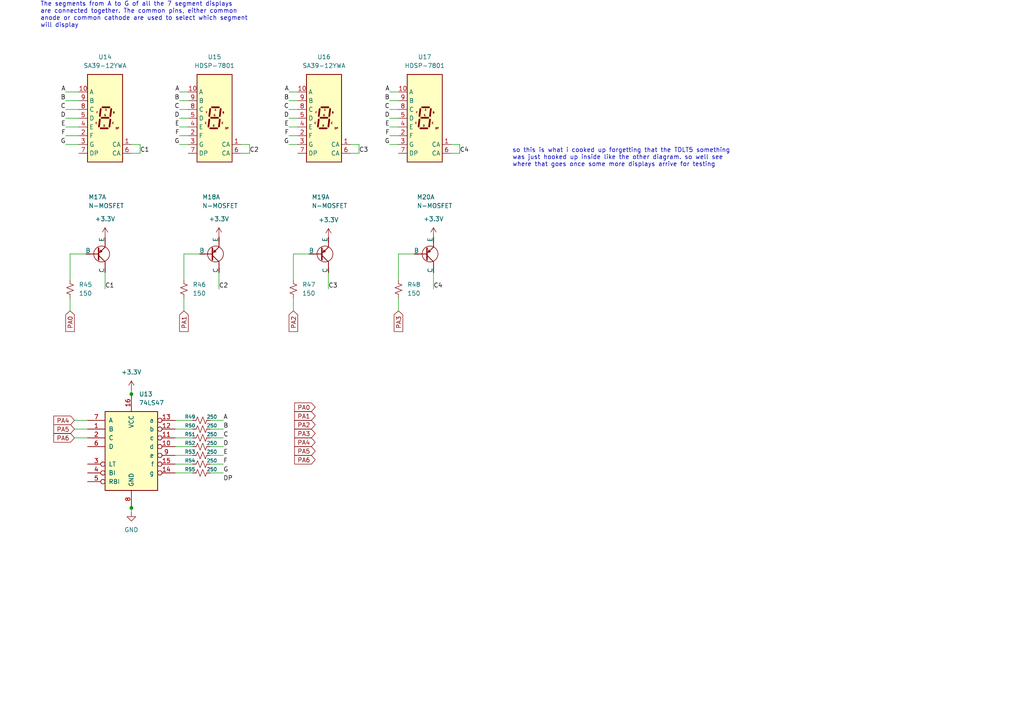
<source format=kicad_sch>
(kicad_sch (version 20231120) (generator "eeschema") (generator_version "8.0")
  (paper "A4")
  (title_block (title "7-SEG-PLACEMENT"))
  (lib_symbols
    (symbol "74xx:74HC138"
      (property "Reference" "U" (at -7.62 13.97 0))
      (property "Value" "74HC138" (at 2.54 -11.43 0))
      (symbol "74HC138_0_1"
        (rectangle (start -7.62 12.7) (end 7.62 -10.16) (stroke (width 0.254)) (fill (type background)))
      )
      (symbol "74HC138_1_1"
        (pin input line (at -10.16 10.16 0) (length 2.54) (name "A0") (number "1"))
        (pin output line (at 10.16 -2.54 180) (length 2.54) (name "~{Y5}") (number "10"))
        (pin output line (at 10.16 0 180) (length 2.54) (name "~{Y4}") (number "11"))
        (pin output line (at 10.16 2.54 180) (length 2.54) (name "~{Y3}") (number "12"))
        (pin output line (at 10.16 5.08 180) (length 2.54) (name "~{Y2}") (number "13"))
        (pin output line (at 10.16 7.62 180) (length 2.54) (name "~{Y1}") (number "14"))
        (pin output line (at 10.16 10.16 180) (length 2.54) (name "~{Y0}") (number "15"))
        (pin power_in line (at 0 15.24 270) (length 2.54) (name "VCC") (number "16"))
        (pin input line (at -10.16 7.62 0) (length 2.54) (name "A1") (number "2"))
        (pin input line (at -10.16 5.08 0) (length 2.54) (name "A2") (number "3"))
        (pin input line (at -10.16 -2.54 0) (length 2.54) (name "~{E0}") (number "4"))
        (pin input line (at -10.16 -5.08 0) (length 2.54) (name "~{E1}") (number "5"))
        (pin input line (at -10.16 -7.62 0) (length 2.54) (name "E2") (number "6"))
        (pin output line (at 10.16 -7.62 180) (length 2.54) (name "~{Y7}") (number "7"))
        (pin power_in line (at 0 -12.7 90) (length 2.54) (name "GND") (number "8"))
        (pin output line (at 10.16 -5.08 180) (length 2.54) (name "~{Y6}") (number "9"))
      )
    )
    (symbol "74xx:74LS47" (pin_names (offset 1.016))
      (property "Reference" "U" (at -7.62 11.43 0))
      (property "Value" "74LS47" (at -7.62 -13.97 0))
      (symbol "74LS47_1_0"
        (pin input line (at -12.7 5.08 0) (length 5.08) (name "B") (number "1"))
        (pin open_collector inverted (at 12.7 0 180) (length 5.08) (name "d") (number "10"))
        (pin open_collector inverted (at 12.7 2.54 180) (length 5.08) (name "c") (number "11"))
        (pin open_collector inverted (at 12.7 5.08 180) (length 5.08) (name "b") (number "12"))
        (pin open_collector inverted (at 12.7 7.62 180) (length 5.08) (name "a") (number "13"))
        (pin open_collector inverted (at 12.7 -7.62 180) (length 5.08) (name "g") (number "14"))
        (pin open_collector inverted (at 12.7 -5.08 180) (length 5.08) (name "f") (number "15"))
        (pin power_in line (at 0 15.24 270) (length 5.08) (name "VCC") (number "16"))
        (pin input line (at -12.7 2.54 0) (length 5.08) (name "C") (number "2"))
        (pin input inverted (at -12.7 -5.08 0) (length 5.08) (name "LT") (number "3"))
        (pin input inverted (at -12.7 -7.62 0) (length 5.08) (name "BI") (number "4"))
        (pin input inverted (at -12.7 -10.16 0) (length 5.08) (name "RBI") (number "5"))
        (pin input line (at -12.7 0 0) (length 5.08) (name "D") (number "6"))
        (pin input line (at -12.7 7.62 0) (length 5.08) (name "A") (number "7"))
        (pin power_in line (at 0 -17.78 90) (length 5.08) (name "GND") (number "8"))
        (pin open_collector inverted (at 12.7 -2.54 180) (length 5.08) (name "e") (number "9"))
      )
      (symbol "74LS47_1_1"
        (rectangle (start -7.62 10.16) (end 7.62 -12.7) (stroke (width 0.254)) (fill (type background)))
      )
    )
    (symbol "Device:R_Small_US" (pin_numbers hide) (pin_names (offset 0.254) hide)
      (property "Reference" "R" (at 0.762 0.508 0))
      (property "Value" "R_Small_US" (at 0.762 -1.016 0))
      (symbol "R_Small_US_1_1"
        (polyline (pts (xy 0 0) (xy 1.016 -0.381) (xy 0 -0.762) (xy -1.016 -1.143) (xy 0 -1.524)))
        (polyline (pts (xy 0 1.524) (xy 1.016 1.143) (xy 0 0.762) (xy -1.016 0.381) (xy 0 0)))
        (pin passive line (at 0 2.54 270) (length 1.016) (name "~") (number "1"))
        (pin passive line (at 0 -2.54 90) (length 1.016) (name "~") (number "2"))
      )
    )
    (symbol "Display_Character:HDSP-7801"
      (property "Reference" "U" (at -3.81 13.97 0))
      (property "Value" "HDSP-7801" (at 6.35 13.97 0))
      (symbol "HDSP-7801_1_0"
        (text "A" (at 0.254 2.413 0) (effects (font (size 0.508 0.508))))
        (text "B" (at 2.54 1.651 0) (effects (font (size 0.508 0.508))))
        (text "C" (at 2.286 -1.397 0) (effects (font (size 0.508 0.508))))
        (text "D" (at -0.254 -2.159 0) (effects (font (size 0.508 0.508))))
        (text "DP" (at 3.556 -2.921 0) (effects (font (size 0.508 0.508))))
        (text "E" (at -2.54 -1.397 0) (effects (font (size 0.508 0.508))))
        (text "F" (at -2.286 1.651 0) (effects (font (size 0.508 0.508))))
        (text "G" (at 0 0.889 0) (effects (font (size 0.508 0.508))))
      )
      (symbol "HDSP-7801_1_1"
        (rectangle (start -5.08 12.7) (end 5.08 -12.7) (stroke (width 0.254)) (fill (type background)))
        (polyline (pts (xy -1.524 -0.381) (xy -1.778 -2.413)) (stroke (width 0.508)))
        (polyline (pts (xy -1.27 -2.921) (xy 0.762 -2.921)) (stroke (width 0.508)))
        (polyline (pts (xy -1.27 2.667) (xy -1.524 0.635)) (stroke (width 0.508)))
        (polyline (pts (xy -1.016 0.127) (xy 1.016 0.127)) (stroke (width 0.508)))
        (polyline (pts (xy -0.762 3.175) (xy 1.27 3.175)) (stroke (width 0.508)))
        (polyline (pts (xy 1.524 -0.381) (xy 1.27 -2.413)) (stroke (width 0.508)))
        (polyline (pts (xy 1.778 2.667) (xy 1.524 0.635)) (stroke (width 0.508)))
        (polyline (pts (xy 2.54 -2.921) (xy 2.54 -2.921)) (stroke (width 0.508)))
        (pin input line (at 7.62 -7.62 180) (length 2.54) (name "CA") (number "1"))
        (pin input line (at -7.62 7.62 0) (length 2.54) (name "A") (number "10"))
        (pin input line (at -7.62 -5.08 0) (length 2.54) (name "F") (number "2"))
        (pin input line (at -7.62 -7.62 0) (length 2.54) (name "G") (number "3"))
        (pin input line (at -7.62 -2.54 0) (length 2.54) (name "E") (number "4"))
        (pin input line (at -7.62 0 0) (length 2.54) (name "D") (number "5"))
        (pin input line (at 7.62 -10.16 180) (length 2.54) (name "CA") (number "6"))
        (pin input line (at -7.62 -10.16 0) (length 2.54) (name "DP") (number "7"))
        (pin input line (at -7.62 2.54 0) (length 2.54) (name "C") (number "8"))
        (pin input line (at -7.62 5.08 0) (length 2.54) (name "B") (number "9"))
      )
    )
    (symbol "Display_Character:SA39-12YWA"
      (property "Reference" "U" (at -3.81 13.97 0))
      (property "Value" "SA39-12YWA" (at 6.35 13.97 0))
      (symbol "SA39-12YWA_1_0"
        (text "A" (at 0.254 2.413 0) (effects (font (size 0.508 0.508))))
        (text "B" (at 2.54 1.651 0) (effects (font (size 0.508 0.508))))
        (text "C" (at 2.286 -1.397 0) (effects (font (size 0.508 0.508))))
        (text "D" (at -0.254 -2.159 0) (effects (font (size 0.508 0.508))))
        (text "DP" (at 3.556 -2.921 0) (effects (font (size 0.508 0.508))))
        (text "E" (at -2.54 -1.397 0) (effects (font (size 0.508 0.508))))
        (text "F" (at -2.286 1.651 0) (effects (font (size 0.508 0.508))))
        (text "G" (at 0 0.889 0) (effects (font (size 0.508 0.508))))
      )
      (symbol "SA39-12YWA_1_1"
        (rectangle (start -5.08 12.7) (end 5.08 -12.7) (stroke (width 0.254)) (fill (type background)))
        (polyline (pts (xy -1.524 -0.381) (xy -1.778 -2.413)) (stroke (width 0.508)))
        (polyline (pts (xy -1.27 -2.921) (xy 0.762 -2.921)) (stroke (width 0.508)))
        (polyline (pts (xy -1.27 2.667) (xy -1.524 0.635)) (stroke (width 0.508)))
        (polyline (pts (xy -1.016 0.127) (xy 1.016 0.127)) (stroke (width 0.508)))
        (polyline (pts (xy -0.762 3.175) (xy 1.27 3.175)) (stroke (width 0.508)))
        (polyline (pts (xy 1.524 -0.381) (xy 1.27 -2.413)) (stroke (width 0.508)))
        (polyline (pts (xy 1.778 2.667) (xy 1.524 0.635)) (stroke (width 0.508)))
        (polyline (pts (xy 2.54 -2.921) (xy 2.54 -2.921)) (stroke (width 0.508)))
        (pin input line (at 7.62 -7.62 180) (length 2.54) (name "CA") (number "1"))
        (pin input line (at -7.62 7.62 0) (length 2.54) (name "A") (number "10"))
        (pin input line (at -7.62 -5.08 0) (length 2.54) (name "F") (number "2"))
        (pin input line (at -7.62 -7.62 0) (length 2.54) (name "G") (number "3"))
        (pin input line (at -7.62 -2.54 0) (length 2.54) (name "E") (number "4"))
        (pin input line (at -7.62 0 0) (length 2.54) (name "D") (number "5"))
        (pin input line (at 7.62 -10.16 180) (length 2.54) (name "CA") (number "6"))
        (pin input line (at -7.62 -10.16 0) (length 2.54) (name "DP") (number "7"))
        (pin input line (at -7.62 2.54 0) (length 2.54) (name "C") (number "8"))
        (pin input line (at -7.62 5.08 0) (length 2.54) (name "B") (number "9"))
      )
    )
    (symbol "TLC59210IN_SHIFT_REG:TLC59210IN" (pin_names (offset 0.254))
      (property "Reference" "U" (at 27.94 10.16 0))
      (property "Value" "TLC59210IN" (at 27.94 7.62 0))
      (symbol "TLC59210IN_0_1"
        (polyline (pts (xy 7.62 -27.94) (xy 48.26 -27.94)) (stroke (width 0.127)))
        (polyline (pts (xy 7.62 5.08) (xy 7.62 -27.94)) (stroke (width 0.127)))
        (polyline (pts (xy 48.26 -27.94) (xy 48.26 5.08)) (stroke (width 0.127)))
        (polyline (pts (xy 48.26 5.08) (xy 7.62 5.08)) (stroke (width 0.127)))
        (pin input line (at 0 0 0) (length 7.62) (name "*CLR") (number "1"))
        (pin input line (at 0 -22.86 0) (length 7.62) (name "CLK") (number "10"))
        (pin power_in line (at 55.88 -22.86 180) (length 7.62) (name "GND") (number "11"))
        (pin output line (at 55.88 -20.32 180) (length 7.62) (name "*Y8") (number "12"))
        (pin output line (at 55.88 -17.78 180) (length 7.62) (name "*Y7") (number "13"))
        (pin output line (at 55.88 -15.24 180) (length 7.62) (name "*Y6") (number "14"))
        (pin output line (at 55.88 -12.7 180) (length 7.62) (name "*Y5") (number "15"))
        (pin output line (at 55.88 -10.16 180) (length 7.62) (name "*Y4") (number "16"))
        (pin output line (at 55.88 -7.62 180) (length 7.62) (name "*Y3") (number "17"))
        (pin output line (at 55.88 -5.08 180) (length 7.62) (name "*Y2") (number "18"))
        (pin output line (at 55.88 -2.54 180) (length 7.62) (name "*Y1") (number "19"))
        (pin input line (at 0 -2.54 0) (length 7.62) (name "D1") (number "2"))
        (pin power_in line (at 55.88 0 180) (length 7.62) (name "VCC") (number "20"))
        (pin input line (at 0 -5.08 0) (length 7.62) (name "D2") (number "3"))
        (pin input line (at 0 -7.62 0) (length 7.62) (name "D3") (number "4"))
        (pin input line (at 0 -10.16 0) (length 7.62) (name "D4") (number "5"))
        (pin input line (at 0 -12.7 0) (length 7.62) (name "D5") (number "6"))
        (pin input line (at 0 -15.24 0) (length 7.62) (name "D6") (number "7"))
        (pin input line (at 0 -17.78 0) (length 7.62) (name "D7") (number "8"))
        (pin input line (at 0 -20.32 0) (length 7.62) (name "D8") (number "9"))
      )
    )
    (symbol "nMOS_1" (pin_numbers hide) (pin_names (offset 0))
      (property "Reference" "M1" (at -5.0624 -12.7122 0))
      (property "Value" "N-MOSFET" (at -5.0624 -15.2522 0))
      (symbol "nMOS_1_0_1"
        (rectangle (start -2.0144 1.7658) (end -1.7604 -1.7902) (fill (type outline)))
        (circle (center -0.9984 -0.0122) (radius 2.3001) (stroke (width 0.1778)))
        (polyline (pts (xy -2.0144 -0.0122) (xy -5.5704 -0.0122)) (stroke (width 0.2286)))
        (polyline (pts (xy -1.5064 -0.7742) (xy -1.7604 -0.5202)) (stroke (width 0.2286)))
        (polyline (pts (xy -1.5064 -0.7742) (xy -0.7444 -1.5362) (xy 0.0176 -2.2982) (xy 0.0176 -5.3462)) (stroke (width 0.2286)))
        (polyline (pts (xy -1.5064 0.4958) (xy -0.7444 1.2578) (xy 0.0176 2.0198) (xy 0.0176 4.8138)) (stroke (width 0.2286)))
        (polyline (pts (xy -1.3449 1.1675) (xy -1.5989 0.4055) (xy -0.8369 0.6595) (xy -1.3449 1.1675)) (fill (type outline)))
      )
      (symbol "nMOS_1_1_1"
        (pin passive line (at 0.02 4.8065 270) (length 1.27) (name "E") (number "1"))
        (pin input line (at -5.5704 -0.0122 0) (length 1.27) (name "B") (number "2"))
        (pin passive line (at 0.0335 -5.3969 90) (length 1.27) (name "C") (number "3"))
      )
      (symbol "nMOS_1_2_1"
        (polyline (pts (xy 2.921 0.381) (xy 3.683 0.381)))
        (polyline (pts (xy 1.016 0) (xy 2.032 0.381) (xy 2.032 -0.381) (xy 1.016 0)) (fill (type outline)))
        (polyline (pts (xy 3.302 0.381) (xy 2.921 -0.254) (xy 3.683 -0.254) (xy 3.302 0.381)))
        (pin passive line (at 2.54 -2.54 90) (length 1.27) (name "S") (number "3"))
        (pin input line (at -2.54 0 0) (length 1.27) (name "G") (number "4"))
        (pin passive line (at 2.54 2.54 270) (length 1.27) (name "D") (number "5"))
      )
    )
    (symbol "power:+3.3V" (power) (pin_numbers hide) (pin_names (offset 0) hide)
      (property "Value" "+3.3V" (at 0 3.556 0))
      (symbol "+3.3V_0_1"
        (polyline (pts (xy -0.762 1.27) (xy 0 2.54)))
        (polyline (pts (xy 0 0) (xy 0 2.54)))
        (polyline (pts (xy 0 2.54) (xy 0.762 1.27)))
      )
      (symbol "+3.3V_1_1"
        (pin power_in line (at 0 0 90) (length 0) (name "~") (number "1"))
      )
    )
    (symbol "power:GND" (power) (pin_numbers hide) (pin_names (offset 0) hide)
      (property "Value" "GND" (at 0 -3.81 0))
      (symbol "GND_0_1"
        (polyline (pts (xy 0 0) (xy 0 -1.27) (xy 1.27 -1.27) (xy 0 -2.54) (xy -1.27 -1.27) (xy 0 -1.27)))
      )
      (symbol "GND_1_1"
        (pin power_in line (at 0 0 270) (length 0) (name "~") (number "1"))
      )
    )
  )
  (junction (at 38.1 114.3))
  (junction (at 351.79 -35.56))
  (junction (at 38.1 147.32))
  (junction (at 355.6 -31.75))
  (junction (at 349.25 -38.1))
  (junction (at 388.62 -30.48))
  (junction (at 382.27 -36.83))
  (junction (at 387.35 -31.75))
  (junction (at 431.8 66.04))
  (junction (at 350.52 -36.83))
  (junction (at 381 -38.1))
  (junction (at 384.81 -34.29))
  (junction (at 356.87 -30.48))
  (junction (at 354.33 -33.02))
  (junction (at 383.54 -35.56))
  (junction (at 353.06 -34.29))
  (junction (at 313.69 78.74))
  (junction (at 386.08 -33.02))
  (wire (pts (xy 30.48 78.74) (xy 30.48 83.82)))
  (wire (pts (xy 20.32 73.66) (xy 20.32 81.28)))
  (wire (pts (xy 383.54 -35.56) (xy 412.75 -35.56)))
  (wire (pts (xy 455.93 92.71) (xy 455.93 78.74)))
  (wire (pts (xy 323.85 -16.51) (xy 323.85 -31.75)))
  (wire (pts (xy 364.49 26.67) (xy 359.41 26.67)))
  (wire (pts (xy 449.58 111.76) (xy 449.58 97.79)))
  (wire (pts (xy 468.63 73.66) (xy 431.8 73.66)))
  (wire (pts (xy 326.39 57.15) (xy 326.39 58.42)))
  (wire (pts (xy 389.89 -13.97) (xy 386.08 -13.97)))
  (wire (pts (xy 318.77 -6.35) (xy 318.77 -36.83)))
  (wire (pts (xy 133.35 41.91) (xy 133.35 44.45)))
  (wire (pts (xy 435.61 -1.27) (xy 434.34 -1.27)))
  (wire (pts (xy 462.28 111.76) (xy 462.28 97.79)))
  (wire (pts (xy 314.96 81.28) (xy 316.23 81.28)))
  (wire (pts (xy 40.64 41.91) (xy 40.64 44.45)))
  (wire (pts (xy 69.85 41.91) (xy 72.39 41.91)))
  (wire (pts (xy 449.58 92.71) (xy 449.58 81.28)))
  (wire (pts (xy 344.17 31.75) (xy 344.17 35.56)))
  (wire (pts (xy 417.83 -19.05) (xy 419.1 -19.05)))
  (wire (pts (xy 85.09 73.66) (xy 85.09 81.28)))
  (wire (pts (xy 350.52 -36.83) (xy 382.27 -36.83)))
  (wire (pts (xy 396.24 31.75) (xy 396.24 35.56)))
  (wire (pts (xy 50.8 124.46) (xy 55.88 124.46)))
  (wire (pts (xy 462.28 92.71) (xy 462.28 76.2)))
  (wire (pts (xy 389.89 -3.81) (xy 381 -3.81)))
  (wire (pts (xy 50.8 134.62) (xy 55.88 134.62)))
  (wire (pts (xy 340.36 63.5) (xy 336.55 63.5)))
  (wire (pts (xy 60.96 129.54) (xy 64.77 129.54)))
  (wire (pts (xy 359.41 40.64) (xy 359.41 38.1)))
  (wire (pts (xy 389.89 -11.43) (xy 384.81 -11.43)))
  (wire (pts (xy 414.02 -11.43) (xy 419.1 -11.43)))
  (wire (pts (xy 421.64 31.75) (xy 421.64 35.56)))
  (wire (pts (xy 354.33 -33.02) (xy 386.08 -33.02)))
  (wire (pts (xy 326.39 -11.43) (xy 321.31 -11.43)))
  (wire (pts (xy 386.08 40.64) (xy 386.08 38.1)))
  (wire (pts (xy 358.14 -8.89) (xy 351.79 -8.89)))
  (wire (pts (xy 326.39 -13.97) (xy 322.58 -13.97)))
  (wire (pts (xy 83.82 41.91) (xy 86.36 41.91)))
  (wire (pts (xy 481.33 68.58) (xy 431.8 68.58)))
  (wire (pts (xy 64.77 121.92) (xy 60.96 121.92)))
  (wire (pts (xy 322.58 -13.97) (xy 322.58 -33.02)))
  (wire (pts (xy 326.39 -19.05) (xy 325.12 -19.05)))
  (wire (pts (xy 374.65 -3.81) (xy 374.65 -1.27)))
  (wire (pts (xy 412.75 -35.56) (xy 412.75 -8.89)))
  (wire (pts (xy 355.6 -31.75) (xy 387.35 -31.75)))
  (wire (pts (xy 115.57 90.17) (xy 115.57 86.36)))
  (wire (pts (xy 382.27 -6.35) (xy 382.27 -36.83)))
  (wire (pts (xy 325.12 -30.48) (xy 356.87 -30.48)))
  (wire (pts (xy 53.34 90.17) (xy 53.34 86.36)))
  (wire (pts (xy 50.8 127) (xy 55.88 127)))
  (wire (pts (xy 38.1 113.03) (xy 38.1 114.3)))
  (wire (pts (xy 25.4 73.66) (xy 20.32 73.66)))
  (wire (pts (xy 317.5 -3.81) (xy 317.5 -38.1)))
  (wire (pts (xy 72.39 44.45) (xy 69.85 44.45)))
  (wire (pts (xy 21.59 121.92) (xy 25.4 121.92)))
  (wire (pts (xy 443.23 92.71) (xy 443.23 83.82)))
  (wire (pts (xy 50.8 129.54) (xy 55.88 129.54)))
  (wire (pts (xy 416.56 26.67) (xy 411.48 26.67)))
  (wire (pts (xy 20.32 90.17) (xy 20.32 86.36)))
  (wire (pts (xy 386.08 26.67) (xy 386.08 33.02)))
  (wire (pts (xy 372.11 78.74) (xy 375.92 78.74)))
  (wire (pts (xy 382.27 -36.83) (xy 411.48 -36.83)))
  (wire (pts (xy 355.6 -31.75) (xy 355.6 -16.51)))
  (wire (pts (xy 19.05 29.21) (xy 22.86 29.21)))
  (wire (pts (xy 60.96 127) (xy 64.77 127)))
  (wire (pts (xy 373.38 -3.81) (xy 374.65 -3.81)))
  (wire (pts (xy 334.01 26.67) (xy 334.01 33.02)))
  (wire (pts (xy 115.57 73.66) (xy 115.57 81.28)))
  (wire (pts (xy 358.14 -13.97) (xy 354.33 -13.97)))
  (wire (pts (xy 316.23 76.2) (xy 313.69 76.2)))
  (wire (pts (xy 321.31 -11.43) (xy 321.31 -34.29)))
  (wire (pts (xy 351.79 -35.56) (xy 351.79 -8.89)))
  (wire (pts (xy 415.29 -13.97) (xy 419.1 -13.97)))
  (wire (pts (xy 443.23 97.79) (xy 443.23 111.76)))
  (wire (pts (xy 63.5 78.74) (xy 63.5 83.82)))
  (wire (pts (xy 384.81 -11.43) (xy 384.81 -34.29)))
  (wire (pts (xy 406.4 -3.81) (xy 406.4 -1.27)))
  (wire (pts (xy 353.06 -11.43) (xy 353.06 -34.29)))
  (wire (pts (xy 433.07 88.9) (xy 431.8 88.9)))
  (wire (pts (xy 52.07 31.75) (xy 54.61 31.75)))
  (wire (pts (xy 313.69 63.5) (xy 316.23 63.5)))
  (wire (pts (xy 83.82 39.37) (xy 86.36 39.37)))
  (wire (pts (xy 83.82 36.83) (xy 86.36 36.83)))
  (wire (pts (xy 52.07 39.37) (xy 54.61 39.37)))
  (wire (pts (xy 356.87 -30.48) (xy 388.62 -30.48)))
  (wire (pts (xy 50.8 132.08) (xy 55.88 132.08)))
  (wire (pts (xy 323.85 -31.75) (xy 355.6 -31.75)))
  (wire (pts (xy 113.03 36.83) (xy 115.57 36.83)))
  (wire (pts (xy 19.05 34.29) (xy 22.86 34.29)))
  (wire (pts (xy 113.03 26.67) (xy 115.57 26.67)))
  (wire (pts (xy 83.82 26.67) (xy 86.36 26.67)))
  (wire (pts (xy 325.12 -19.05) (xy 325.12 -30.48)))
  (wire (pts (xy 19.05 39.37) (xy 22.86 39.37)))
  (wire (pts (xy 130.81 41.91) (xy 133.35 41.91)))
  (wire (pts (xy 389.89 -19.05) (xy 388.62 -19.05)))
  (wire (pts (xy 52.07 26.67) (xy 54.61 26.67)))
  (wire (pts (xy 389.89 -16.51) (xy 387.35 -16.51)))
  (wire (pts (xy 374.65 -1.27) (xy 373.38 -1.27)))
  (wire (pts (xy 414.02 -34.29) (xy 414.02 -11.43)))
  (wire (pts (xy 52.07 34.29) (xy 54.61 34.29)))
  (wire (pts (xy 381 -3.81) (xy 381 -38.1)))
  (wire (pts (xy 405.13 -3.81) (xy 406.4 -3.81)))
  (wire (pts (xy 113.03 34.29) (xy 115.57 34.29)))
  (wire (pts (xy 411.48 -36.83) (xy 411.48 -6.35)))
  (wire (pts (xy 19.05 31.75) (xy 22.86 31.75)))
  (wire (pts (xy 326.39 -8.89) (xy 320.04 -8.89)))
  (wire (pts (xy 443.23 83.82) (xy 431.8 83.82)))
  (wire (pts (xy 372.11 81.28) (xy 375.92 81.28)))
  (wire (pts (xy 435.61 -3.81) (xy 435.61 -1.27)))
  (wire (pts (xy 326.39 -6.35) (xy 318.77 -6.35)))
  (wire (pts (xy 341.63 -3.81) (xy 342.9 -3.81)))
  (wire (pts (xy 358.14 -16.51) (xy 355.6 -16.51)))
  (wire (pts (xy 416.56 -31.75) (xy 416.56 -16.51)))
  (wire (pts (xy 474.98 111.76) (xy 474.98 97.79)))
  (wire (pts (xy 340.36 68.58) (xy 336.55 68.58)))
  (wire (pts (xy 318.77 -36.83) (xy 350.52 -36.83)))
  (wire (pts (xy 434.34 -3.81) (xy 435.61 -3.81)))
  (wire (pts (xy 83.82 29.21) (xy 86.36 29.21)))
  (wire (pts (xy 415.29 -33.02) (xy 415.29 -13.97)))
  (wire (pts (xy 411.48 26.67) (xy 411.48 33.02)))
  (wire (pts (xy 50.8 137.16) (xy 55.88 137.16)))
  (wire (pts (xy 462.28 76.2) (xy 431.8 76.2)))
  (wire (pts (xy 101.6 41.91) (xy 104.14 41.91)))
  (wire (pts (xy 410.21 -3.81) (xy 419.1 -3.81)))
  (wire (pts (xy 113.03 41.91) (xy 115.57 41.91)))
  (wire (pts (xy 455.93 111.76) (xy 455.93 97.79)))
  (wire (pts (xy 411.48 -6.35) (xy 419.1 -6.35)))
  (wire (pts (xy 52.07 41.91) (xy 54.61 41.91)))
  (wire (pts (xy 412.75 -8.89) (xy 419.1 -8.89)))
  (wire (pts (xy 387.35 -31.75) (xy 416.56 -31.75)))
  (wire (pts (xy 125.73 78.74) (xy 125.73 83.82)))
  (wire (pts (xy 481.33 97.79) (xy 481.33 111.76)))
  (wire (pts (xy 113.03 39.37) (xy 115.57 39.37)))
  (wire (pts (xy 313.69 76.2) (xy 313.69 78.74)))
  (wire (pts (xy 340.36 73.66) (xy 336.55 73.66)))
  (wire (pts (xy 19.05 26.67) (xy 22.86 26.67)))
  (wire (pts (xy 349.25 -3.81) (xy 349.25 -38.1)))
  (wire (pts (xy 436.88 92.71) (xy 436.88 86.36)))
  (wire (pts (xy 351.79 -35.56) (xy 383.54 -35.56)))
  (wire (pts (xy 19.05 36.83) (xy 22.86 36.83)))
  (wire (pts (xy 320.04 -35.56) (xy 351.79 -35.56)))
  (wire (pts (xy 38.1 41.91) (xy 40.64 41.91)))
  (wire (pts (xy 411.48 40.64) (xy 411.48 38.1)))
  (wire (pts (xy 320.04 -8.89) (xy 320.04 -35.56)))
  (wire (pts (xy 383.54 -35.56) (xy 383.54 -8.89)))
  (wire (pts (xy 321.31 -34.29) (xy 353.06 -34.29)))
  (wire (pts (xy 359.41 26.67) (xy 359.41 33.02)))
  (wire (pts (xy 53.34 73.66) (xy 53.34 81.28)))
  (wire (pts (xy 133.35 44.45) (xy 130.81 44.45)))
  (wire (pts (xy 358.14 -19.05) (xy 356.87 -19.05)))
  (wire (pts (xy 313.69 66.04) (xy 316.23 66.04)))
  (wire (pts (xy 58.42 73.66) (xy 53.34 73.66)))
  (wire (pts (xy 60.96 137.16) (xy 64.77 137.16)))
  (wire (pts (xy 113.03 31.75) (xy 115.57 31.75)))
  (wire (pts (xy 113.03 29.21) (xy 115.57 29.21)))
  (wire (pts (xy 21.59 127) (xy 25.4 127)))
  (wire (pts (xy 340.36 66.04) (xy 336.55 66.04)))
  (wire (pts (xy 474.98 71.12) (xy 474.98 92.71)))
  (wire (pts (xy 326.39 87.63) (xy 326.39 86.36)))
  (wire (pts (xy 52.07 29.21) (xy 54.61 29.21)))
  (wire (pts (xy 386.08 -33.02) (xy 415.29 -33.02)))
  (wire (pts (xy 21.59 124.46) (xy 25.4 124.46)))
  (wire (pts (xy 436.88 86.36) (xy 431.8 86.36)))
  (wire (pts (xy 72.39 41.91) (xy 72.39 44.45)))
  (wire (pts (xy 455.93 78.74) (xy 431.8 78.74)))
  (wire (pts (xy 381 -38.1) (xy 410.21 -38.1)))
  (wire (pts (xy 427.99 66.04) (xy 431.8 66.04)))
  (wire (pts (xy 83.82 31.75) (xy 86.36 31.75)))
  (wire (pts (xy 313.69 78.74) (xy 316.23 78.74)))
  (wire (pts (xy 340.36 81.28) (xy 336.55 81.28)))
  (wire (pts (xy 317.5 -38.1) (xy 349.25 -38.1)))
  (wire (pts (xy 391.16 26.67) (xy 386.08 26.67)))
  (wire (pts (xy 388.62 -30.48) (xy 388.62 -19.05)))
  (wire (pts (xy 417.83 -30.48) (xy 417.83 -19.05)))
  (wire (pts (xy 326.39 -3.81) (xy 317.5 -3.81)))
  (wire (pts (xy 342.9 -3.81) (xy 342.9 -1.27)))
  (wire (pts (xy 311.15 78.74) (xy 313.69 78.74)))
  (wire (pts (xy 369.57 31.75) (xy 369.57 35.56)))
  (wire (pts (xy 38.1 148.59) (xy 38.1 147.32)))
  (wire (pts (xy 340.36 71.12) (xy 336.55 71.12)))
  (wire (pts (xy 120.65 73.66) (xy 115.57 73.66)))
  (wire (pts (xy 384.81 -34.29) (xy 414.02 -34.29)))
  (wire (pts (xy 334.01 40.64) (xy 334.01 38.1)))
  (wire (pts (xy 481.33 92.71) (xy 481.33 68.58)))
  (wire (pts (xy 372.11 73.66) (xy 375.92 73.66)))
  (wire (pts (xy 372.11 68.58) (xy 375.92 68.58)))
  (wire (pts (xy 313.69 68.58) (xy 316.23 68.58)))
  (wire (pts (xy 372.11 86.36) (xy 375.92 86.36)))
  (wire (pts (xy 60.96 134.62) (xy 64.77 134.62)))
  (wire (pts (xy 95.25 78.74) (xy 95.25 83.82)))
  (wire (pts (xy 389.89 -8.89) (xy 383.54 -8.89)))
  (wire (pts (xy 38.1 147.32) (xy 38.1 146.05)))
  (wire (pts (xy 339.09 26.67) (xy 334.01 26.67)))
  (wire (pts (xy 358.14 -3.81) (xy 349.25 -3.81)))
  (wire (pts (xy 358.14 -6.35) (xy 350.52 -6.35)))
  (wire (pts (xy 388.62 -30.48) (xy 417.83 -30.48)))
  (wire (pts (xy 353.06 -34.29) (xy 384.81 -34.29)))
  (wire (pts (xy 350.52 -6.35) (xy 350.52 -36.83)))
  (wire (pts (xy 83.82 34.29) (xy 86.36 34.29)))
  (wire (pts (xy 468.63 92.71) (xy 468.63 73.66)))
  (wire (pts (xy 387.35 -31.75) (xy 387.35 -16.51)))
  (wire (pts (xy 431.8 71.12) (xy 474.98 71.12)))
  (wire (pts (xy 372.11 83.82) (xy 375.92 83.82)))
  (wire (pts (xy 326.39 -16.51) (xy 323.85 -16.51)))
  (wire (pts (xy 38.1 114.3) (xy 38.1 115.57)))
  (wire (pts (xy 406.4 -1.27) (xy 405.13 -1.27)))
  (wire (pts (xy 389.89 -6.35) (xy 382.27 -6.35)))
  (wire (pts (xy 349.25 -38.1) (xy 381 -38.1)))
  (wire (pts (xy 431.8 66.04) (xy 434.34 66.04)))
  (wire (pts (xy 356.87 -30.48) (xy 356.87 -19.05)))
  (wire (pts (xy 342.9 -1.27) (xy 341.63 -1.27)))
  (wire (pts (xy 436.88 97.79) (xy 436.88 111.76)))
  (wire (pts (xy 19.05 41.91) (xy 22.86 41.91)))
  (wire (pts (xy 416.56 -16.51) (xy 419.1 -16.51)))
  (wire (pts (xy 449.58 81.28) (xy 431.8 81.28)))
  (wire (pts (xy 322.58 -33.02) (xy 354.33 -33.02)))
  (wire (pts (xy 468.63 111.76) (xy 468.63 97.79)))
  (wire (pts (xy 85.09 90.17) (xy 85.09 86.36)))
  (wire (pts (xy 386.08 -13.97) (xy 386.08 -33.02)))
  (wire (pts (xy 372.11 71.12) (xy 375.92 71.12)))
  (wire (pts (xy 104.14 41.91) (xy 104.14 44.45)))
  (wire (pts (xy 40.64 44.45) (xy 38.1 44.45)))
  (wire (pts (xy 104.14 44.45) (xy 101.6 44.45)))
  (wire (pts (xy 372.11 76.2) (xy 375.92 76.2)))
  (wire (pts (xy 90.17 73.66) (xy 85.09 73.66)))
  (wire (pts (xy 60.96 124.46) (xy 64.77 124.46)))
  (wire (pts (xy 354.33 -13.97) (xy 354.33 -33.02)))
  (wire (pts (xy 60.96 132.08) (xy 64.77 132.08)))
  (wire (pts (xy 52.07 36.83) (xy 54.61 36.83)))
  (wire (pts (xy 340.36 78.74) (xy 336.55 78.74)))
  (wire (pts (xy 55.88 121.92) (xy 50.8 121.92)))
  (wire (pts (xy 410.21 -38.1) (xy 410.21 -3.81)))
  (wire (pts (xy 340.36 76.2) (xy 336.55 76.2)))
  (wire (pts (xy 358.14 -11.43) (xy 353.06 -11.43)))
  (text "The segments from A to G of all the 7 segment displays \nare connected together. The common pins, either common \nanode or common cathode are used to select which segment \nwill display" (at 11.684 0.508 0) (effects (font (size 1.27 1.27)) (justify left top)))
  (text "PB8-10\n" (at 309.372 59.69 0) (effects (font (size 1.27 1.27))))
  (text "NOTHING\n" (at 373.634 65.278 0) (effects (font (size 1.27 1.27))))
  (text "NOTHING\n" (at 373.126 90.932 0) (effects (font (size 1.27 1.27))))
  (text "if i do it this way then all of the code can be set up the same\n" (at 468.63 44.196 0) (effects (font (size 1.27 1.27))))
  (text "so this is what i cooked up forgetting that the TDLT5 something \nwas just hooked up inside like the other diagram. so well see \nwhere that goes once some more displays arrive for testing" (at 148.59 42.926 0) (effects (font (size 1.27 1.27)) (justify left top)))
  (label "C2" (at 72.39 44.45 0))
  (label "B" (at 19.05 29.21 180))
  (label "D" (at 113.03 34.29 180))
  (label "R3" (at 340.36 68.58 0))
  (label "B" (at 113.03 29.21 180))
  (label "C4" (at 435.61 -1.27 0))
  (label "R4" (at 411.48 40.64 0))
  (label "A" (at 64.77 121.92 0))
  (label "G" (at 113.03 41.91 180))
  (label "D" (at 83.82 34.29 180))
  (label "D" (at 414.02 -34.29 0))
  (label "A" (at 417.83 -30.48 0))
  (label "B" (at 83.82 29.21 180))
  (label "A" (at 83.82 26.67 180))
  (label "C1" (at 344.17 35.56 0))
  (label "C" (at 19.05 31.75 180))
  (label "C4" (at 133.35 44.45 0))
  (label "B" (at 52.07 29.21 180))
  (label "R6" (at 340.36 76.2 0))
  (label "G" (at 52.07 41.91 180))
  (label "F" (at 411.48 -36.83 0))
  (label "R8" (at 340.36 81.28 0))
  (label "E" (at 83.82 36.83 180))
  (label "C" (at 83.82 31.75 180))
  (label "F" (at 64.77 134.62 0))
  (label "B" (at 64.77 124.46 0))
  (label "G" (at 64.77 137.16 0))
  (label "F" (at 113.03 39.37 180))
  (label "C4" (at 125.73 83.82 0))
  (label "R2" (at 340.36 66.04 0))
  (label "C1" (at 342.9 -1.27 0))
  (label "R7" (at 340.36 78.74 0))
  (label "E" (at 113.03 36.83 180))
  (label "C3" (at 95.25 83.82 0))
  (label "G" (at 19.05 41.91 180))
  (label "C2" (at 374.65 -1.27 0))
  (label "E" (at 412.75 -35.56 0))
  (label "A" (at 19.05 26.67 180))
  (label "D" (at 52.07 34.29 180))
  (label "D" (at 19.05 34.29 180))
  (label "B" (at 416.56 -31.75 0))
  (label "C4" (at 421.64 35.56 0))
  (label "C" (at 415.29 -33.02 0))
  (label "C2" (at 63.5 83.82 0))
  (label "R2" (at 359.41 40.64 0))
  (label "R1" (at 334.01 40.64 0))
  (label "F" (at 19.05 39.37 180))
  (label "C3" (at 104.14 44.45 0))
  (label "E" (at 19.05 36.83 180))
  (label "C2" (at 369.57 35.56 0))
  (label "E" (at 52.07 36.83 180))
  (label "R1" (at 340.36 63.5 0))
  (label "A" (at 52.07 26.67 180))
  (label "C3" (at 406.4 -1.27 0))
  (label "C1" (at 30.48 83.82 0))
  (label "R4" (at 340.36 71.12 0))
  (label "DP" (at 64.77 139.7 0))
  (label "C" (at 113.03 31.75 180))
  (label "G" (at 83.82 41.91 180))
  (label "F" (at 83.82 39.37 180))
  (label "E" (at 64.77 132.08 0))
  (label "G" (at 410.21 -38.1 0))
  (label "C" (at 64.77 127 0))
  (label "C1" (at 40.64 44.45 0))
  (label "C3" (at 396.24 35.56 0))
  (label "R5" (at 340.36 73.66 0))
  (label "D" (at 64.77 129.54 0))
  (label "F" (at 52.07 39.37 180))
  (label "A" (at 113.03 26.67 180))
  (label "R3" (at 386.08 40.64 0))
  (label "C" (at 52.07 31.75 180))
  (global_label "PB3" (shape input) (at 372.11 68.58 180) (property "Intersheetrefs" "${INTERSHEET_REFS}" (effects (hide yes))))
  (global_label "PA4" (shape input) (at 21.59 121.92 180) (property "Intersheetrefs" "${INTERSHEET_REFS}" (effects (hide yes))))
  (global_label "PA3" (shape input) (at 115.57 90.17 270) (property "Intersheetrefs" "${INTERSHEET_REFS}" (effects (hide yes))))
  (global_label "PB5" (shape input) (at 372.11 86.36 180) (property "Intersheetrefs" "${INTERSHEET_REFS}" (effects (hide yes))))
  (global_label "D" (shape input) (at 443.23 111.76 270) (property "Intersheetrefs" "${INTERSHEET_REFS}" (effects (hide yes))))
  (global_label "PA5" (shape input) (at 21.59 124.46 180) (property "Intersheetrefs" "${INTERSHEET_REFS}" (effects (hide yes))))
  (global_label "C" (shape input) (at 449.58 111.76 270) (property "Intersheetrefs" "${INTERSHEET_REFS}" (effects (hide yes))))
  (global_label "PA1" (shape input) (at 91.44 120.65 180) (property "Intersheetrefs" "${INTERSHEET_REFS}" (effects (hide yes))))
  (global_label "PB0" (shape input) (at 372.11 81.28 180) (property "Intersheetrefs" "${INTERSHEET_REFS}" (effects (hide yes))))
  (global_label "PB4" (shape input) (at 372.11 71.12 180) (property "Intersheetrefs" "${INTERSHEET_REFS}" (effects (hide yes))))
  (global_label "PB10" (shape input) (at 313.69 68.58 180) (property "Intersheetrefs" "${INTERSHEET_REFS}" (effects (hide yes))))
  (global_label "E" (shape input) (at 436.88 111.76 270) (property "Intersheetrefs" "${INTERSHEET_REFS}" (effects (hide yes))))
  (global_label "F" (shape input) (at 481.33 111.76 270) (property "Intersheetrefs" "${INTERSHEET_REFS}" (effects (hide yes))))
  (global_label "PA0" (shape input) (at 91.44 118.11 180) (property "Intersheetrefs" "${INTERSHEET_REFS}" (effects (hide yes))))
  (global_label "G" (shape input) (at 474.98 111.76 270) (property "Intersheetrefs" "${INTERSHEET_REFS}" (effects (hide yes))))
  (global_label "PA5" (shape input) (at 91.44 130.81 180) (property "Intersheetrefs" "${INTERSHEET_REFS}" (effects (hide yes))))
  (global_label "PB6" (shape input) (at 372.11 78.74 180) (property "Intersheetrefs" "${INTERSHEET_REFS}" (effects (hide yes))))
  (global_label "PB7" (shape input) (at 372.11 73.66 180) (property "Intersheetrefs" "${INTERSHEET_REFS}" (effects (hide yes))))
  (global_label "A" (shape input) (at 462.28 111.76 270) (property "Intersheetrefs" "${INTERSHEET_REFS}" (effects (hide yes))))
  (global_label "PB8" (shape input) (at 313.69 63.5 180) (property "Intersheetrefs" "${INTERSHEET_REFS}" (effects (hide yes))))
  (global_label "PB1" (shape input) (at 372.11 76.2 180) (property "Intersheetrefs" "${INTERSHEET_REFS}" (effects (hide yes))))
  (global_label "PA2" (shape input) (at 91.44 123.19 180) (property "Intersheetrefs" "${INTERSHEET_REFS}" (effects (hide yes))))
  (global_label "PA3" (shape input) (at 91.44 125.73 180) (property "Intersheetrefs" "${INTERSHEET_REFS}" (effects (hide yes))))
  (global_label "H" (shape input) (at 468.63 111.76 270) (property "Intersheetrefs" "${INTERSHEET_REFS}" (effects (hide yes))))
  (global_label "PA2" (shape input) (at 85.09 90.17 270) (property "Intersheetrefs" "${INTERSHEET_REFS}" (effects (hide yes))))
  (global_label "PB2" (shape input) (at 372.11 83.82 180) (property "Intersheetrefs" "${INTERSHEET_REFS}" (effects (hide yes))))
  (global_label "PA4" (shape input) (at 91.44 128.27 180) (property "Intersheetrefs" "${INTERSHEET_REFS}" (effects (hide yes))))
  (global_label "PA1" (shape input) (at 53.34 90.17 270) (property "Intersheetrefs" "${INTERSHEET_REFS}" (effects (hide yes))))
  (global_label "PA6" (shape input) (at 91.44 133.35 180) (property "Intersheetrefs" "${INTERSHEET_REFS}" (effects (hide yes))))
  (global_label "PA0" (shape input) (at 20.32 90.17 270) (property "Intersheetrefs" "${INTERSHEET_REFS}" (effects (hide yes))))
  (global_label "B" (shape input) (at 455.93 111.76 270) (property "Intersheetrefs" "${INTERSHEET_REFS}" (effects (hide yes))))
  (global_label "PA6" (shape input) (at 21.59 127 180) (property "Intersheetrefs" "${INTERSHEET_REFS}" (effects (hide yes))))
  (global_label "PB9" (shape input) (at 313.69 66.04 180) (property "Intersheetrefs" "${INTERSHEET_REFS}" (effects (hide yes))))
  (symbol (lib_id "Display_Character:SA39-12YWA") (at 397.51 -11.43 0) (unit 1)
    (property "Reference" "U21" (at 397.51 -29.21 0))
    (property "Value" "SA39-12YWA" (at 397.51 -26.67 0))
    (property "Footprint" "Display_7Segment:Sx39-1xxxxx" (effects (hide yes)))
    (property "Datasheet" "http://www.kingbrightusa.com/images/catalog/SPEC/sa39-12ywa.pdf" (effects (hide yes)))
    (property "Description" "Single digit 7 segment display, yellow, common anode" (effects (hide yes)))
  )
  (symbol (lib_id "Device:R_Small_US") (at 411.48 35.56 0) (unit 1)
    (property "Reference" "R59" (at 414.02 34.2899 0) (effects (justify left)))
    (property "Value" "150Ω" (at 414.02 36.8299 0) (effects (justify left)))
    (property "Description" "Resistor, small US symbol" (effects (hide yes)))
  )
  (symbol (lib_id "Device:R_Small_US") (at 58.42 127 90) (unit 1)
    (property "Reference" "R51" (at 55.118 125.984 90) (effects (font (size 1.016 1.016))))
    (property "Value" "250" (at 61.468 125.984 90) (effects (font (size 1.016 1.016))))
    (property "Description" "Resistor, small US symbol" (effects (hide yes)))
  )
  (symbol (lib_id "power:+3.3V") (at 369.57 21.59 0) (unit 1)
    (property "Reference" "#PWR073" (effects (hide yes)))
    (property "Value" "+3.3V" (at 369.57 16.51 0))
    (property "Description" "Power symbol creates a global label with name \"+3.3V\"" (effects (hide yes)))
  )
  (symbol (lib_id "power:+3.3V") (at 125.73 68.58 0) (unit 1)
    (property "Reference" "#PWR067" (effects (hide yes)))
    (property "Value" "+3.3V" (at 125.73 63.5 0))
    (property "Description" "Power symbol creates a global label with name \"+3.3V\"" (effects (hide yes)))
  )
  (symbol (lib_id "power:+3.3V") (at 344.17 21.59 0) (unit 1)
    (property "Reference" "#PWR070" (effects (hide yes)))
    (property "Value" "+3.3V" (at 344.17 16.51 0))
    (property "Description" "Power symbol creates a global label with name \"+3.3V\"" (effects (hide yes)))
  )
  (symbol (lib_id "Device:R_Small_US") (at 58.42 137.16 90) (unit 1)
    (property "Reference" "R55" (at 55.118 136.144 90) (effects (font (size 1.016 1.016))))
    (property "Value" "250" (at 61.468 136.144 90) (effects (font (size 1.016 1.016))))
    (property "Description" "Resistor, small US symbol" (effects (hide yes)))
  )
  (symbol (lib_id "Device:R_Small_US") (at 58.42 121.92 90) (unit 1)
    (property "Reference" "R49" (at 55.118 120.904 90) (effects (font (size 1.016 1.016))))
    (property "Value" "250" (at 61.468 120.904 90) (effects (font (size 1.016 1.016))))
    (property "Description" "Resistor, small US symbol" (effects (hide yes)))
  )
  (symbol (lib_id "Device:R_Small_US") (at 58.42 124.46 90) (unit 1)
    (property "Reference" "R50" (at 55.118 123.444 90) (effects (font (size 1.016 1.016))))
    (property "Value" "250" (at 61.468 123.444 90) (effects (font (size 1.016 1.016))))
    (property "Description" "Resistor, small US symbol" (effects (hide yes)))
  )
  (symbol (lib_id "Device:R_Small_US") (at 481.33 95.25 0) (unit 1)
    (property "Reference" "R67" (at 481.584 92.456 0) (effects (justify left)))
    (property "Value" "47Ω" (at 481.584 89.916 0) (effects (justify left)))
    (property "Description" "Resistor, small US symbol" (effects (hide yes)))
  )
  (symbol (lib_id "power:GND") (at 326.39 87.63 0) (unit 1)
    (property "Reference" "#PWR075" (effects (hide yes)))
    (property "Value" "GND" (at 326.39 92.71 0))
    (property "Description" "Power symbol creates a global label with name \"GND\" , ground" (effects (hide yes)))
  )
  (symbol (lib_id "74xx:74LS47") (at 38.1 129.54 0) (unit 1)
    (property "Reference" "U13" (at 40.2941 114.3 0) (effects (justify left)))
    (property "Value" "74LS47" (at 40.2941 116.84 0) (effects (justify left)))
    (property "Datasheet" "http://www.ti.com/lit/gpn/sn74LS47" (effects (hide yes)))
    (property "Description" "BCD to 7-segment Driver, Open Collector, 30V outputs" (effects (hide yes)))
  )
  (symbol (lib_name "nMOS_1") (lib_id "2N2907A_NMOS:nMOS") (at 30.48 73.66 0) (unit 1)
    (property "Reference" "M17" (at 25.654 57.15 0) (effects (justify left)))
    (property "Value" "N-MOSFET" (at 25.654 59.69 0) (effects (justify left)))
    (property "Description" "General Purpose PNP Transistors" (effects (hide yes)))
  )
  (symbol (lib_name "nMOS_1") (lib_id "2N2907A_NMOS:nMOS") (at 369.57 26.67 0) (unit 1)
    (property "Reference" "M22" (at 364.744 10.16 0) (effects (justify left)))
    (property "Value" "N-MOSFET" (at 364.744 12.7 0) (effects (justify left)))
    (property "Description" "General Purpose PNP Transistors" (effects (hide yes)))
  )
  (symbol (lib_id "Device:R_Small_US") (at 436.88 95.25 0) (unit 1)
    (property "Reference" "R60" (at 437.134 92.456 0) (effects (justify left)))
    (property "Value" "47Ω" (at 437.134 89.916 0) (effects (justify left)))
    (property "Description" "Resistor, small US symbol" (effects (hide yes)))
  )
  (symbol (lib_name "nMOS_1") (lib_id "2N2907A_NMOS:nMOS") (at 421.64 26.67 0) (unit 1)
    (property "Reference" "M24" (at 416.814 10.16 0) (effects (justify left)))
    (property "Value" "N-MOSFET" (at 416.814 12.7 0) (effects (justify left)))
    (property "Description" "General Purpose PNP Transistors" (effects (hide yes)))
  )
  (symbol (lib_id "power:+3.3V") (at 434.34 66.04 0) (unit 1)
    (property "Reference" "#PWR079" (effects (hide yes)))
    (property "Value" "+3.3V" (at 434.34 60.96 0))
    (property "Description" "Power symbol creates a global label with name \"+3.3V\"" (effects (hide yes)))
  )
  (symbol (lib_id "Display_Character:HDSP-7801") (at 365.76 -11.43 0) (unit 1)
    (property "Reference" "U20" (at 365.76 -29.21 0))
    (property "Value" "HDSP-7801" (at 365.76 -26.67 0))
    (property "Footprint" "Display_7Segment:HDSP-7801" (effects (hide yes)))
    (property "Datasheet" "https://docs.broadcom.com/docs/AV02-2553EN" (effects (hide yes)))
    (property "Description" "One digit 7 segment green, common anode" (effects (hide yes)))
  )
  (symbol (lib_name "nMOS_1") (lib_id "2N2907A_NMOS:nMOS") (at 63.5 73.66 0) (unit 1)
    (property "Reference" "M18" (at 58.674 57.15 0) (effects (justify left)))
    (property "Value" "N-MOSFET" (at 58.674 59.69 0) (effects (justify left)))
    (property "Description" "General Purpose PNP Transistors" (effects (hide yes)))
  )
  (symbol (lib_id "Device:R_Small_US") (at 58.42 132.08 90) (unit 1)
    (property "Reference" "R53" (at 55.118 131.064 90) (effects (font (size 1.016 1.016))))
    (property "Value" "250" (at 61.468 131.064 90) (effects (font (size 1.016 1.016))))
    (property "Description" "Resistor, small US symbol" (effects (hide yes)))
  )
  (symbol (lib_id "Display_Character:SA39-12YWA") (at 334.01 -11.43 0) (unit 1)
    (property "Reference" "U19" (at 334.01 -29.21 0))
    (property "Value" "SA39-12YWA" (at 334.01 -26.67 0))
    (property "Footprint" "Display_7Segment:Sx39-1xxxxx" (effects (hide yes)))
    (property "Datasheet" "http://www.kingbrightusa.com/images/catalog/SPEC/sa39-12ywa.pdf" (effects (hide yes)))
    (property "Description" "Single digit 7 segment display, yellow, common anode" (effects (hide yes)))
  )
  (symbol (lib_id "Device:R_Small_US") (at 20.32 83.82 0) (unit 1)
    (property "Reference" "R45" (at 22.86 82.5499 0) (effects (justify left)))
    (property "Value" "150" (at 22.86 85.0899 0) (effects (justify left)))
    (property "Description" "Resistor, small US symbol" (effects (hide yes)))
  )
  (symbol (lib_id "Display_Character:HDSP-7801") (at 62.23 34.29 0) (unit 1)
    (property "Reference" "U15" (at 62.23 16.51 0))
    (property "Value" "HDSP-7801" (at 62.23 19.05 0))
    (property "Footprint" "Display_7Segment:HDSP-7801" (effects (hide yes)))
    (property "Datasheet" "https://docs.broadcom.com/docs/AV02-2553EN" (effects (hide yes)))
    (property "Description" "One digit 7 segment green, common anode" (effects (hide yes)))
  )
  (symbol (lib_id "Device:R_Small_US") (at 334.01 35.56 0) (unit 1)
    (property "Reference" "R56" (at 336.55 34.2899 0) (effects (justify left)))
    (property "Value" "150Ω" (at 336.55 36.8299 0) (effects (justify left)))
    (property "Description" "Resistor, small US symbol" (effects (hide yes)))
  )
  (symbol (lib_id "Device:R_Small_US") (at 455.93 95.25 0) (unit 1)
    (property "Reference" "R63" (at 456.184 92.456 0) (effects (justify left)))
    (property "Value" "47Ω" (at 456.184 89.916 0) (effects (justify left)))
    (property "Description" "Resistor, small US symbol" (effects (hide yes)))
  )
  (symbol (lib_id "power:GND") (at 38.1 148.59 0) (unit 1)
    (property "Reference" "#PWR068" (effects (hide yes)))
    (property "Value" "GND" (at 38.1 153.67 0))
    (property "Description" "Power symbol creates a global label with name \"GND\" , ground" (effects (hide yes)))
  )
  (symbol (lib_id "Device:R_Small_US") (at 462.28 95.25 0) (unit 1)
    (property "Reference" "R64" (at 462.534 92.456 0) (effects (justify left)))
    (property "Value" "47Ω" (at 462.534 89.916 0) (effects (justify left)))
    (property "Description" "Resistor, small US symbol" (effects (hide yes)))
  )
  (symbol (lib_id "Device:R_Small_US") (at 443.23 95.25 0) (unit 1)
    (property "Reference" "R61" (at 443.484 92.456 0) (effects (justify left)))
    (property "Value" "47Ω" (at 443.484 89.916 0) (effects (justify left)))
    (property "Description" "Resistor, small US symbol" (effects (hide yes)))
  )
  (symbol (lib_id "power:+3.3V") (at 421.64 21.59 0) (unit 1)
    (property "Reference" "#PWR077" (effects (hide yes)))
    (property "Value" "+3.3V" (at 421.64 16.51 0))
    (property "Description" "Power symbol creates a global label with name \"+3.3V\"" (effects (hide yes)))
  )
  (symbol (lib_id "Display_Character:SA39-12YWA") (at 30.48 34.29 0) (unit 1)
    (property "Reference" "U14" (at 30.48 16.51 0))
    (property "Value" "SA39-12YWA" (at 30.48 19.05 0))
    (property "Footprint" "Display_7Segment:Sx39-1xxxxx" (effects (hide yes)))
    (property "Datasheet" "http://www.kingbrightusa.com/images/catalog/SPEC/sa39-12ywa.pdf" (effects (hide yes)))
    (property "Description" "Single digit 7 segment display, yellow, common anode" (effects (hide yes)))
  )
  (symbol (lib_id "Device:R_Small_US") (at 58.42 134.62 90) (unit 1)
    (property "Reference" "R54" (at 55.118 133.604 90) (effects (font (size 1.016 1.016))))
    (property "Value" "250" (at 61.468 133.604 90) (effects (font (size 1.016 1.016))))
    (property "Description" "Resistor, small US symbol" (effects (hide yes)))
  )
  (symbol (lib_id "Display_Character:HDSP-7801") (at 123.19 34.29 0) (unit 1)
    (property "Reference" "U17" (at 123.19 16.51 0))
    (property "Value" "HDSP-7801" (at 123.19 19.05 0))
    (property "Footprint" "Display_7Segment:HDSP-7801" (effects (hide yes)))
    (property "Datasheet" "https://docs.broadcom.com/docs/AV02-2553EN" (effects (hide yes)))
    (property "Description" "One digit 7 segment green, common anode" (effects (hide yes)))
  )
  (symbol (lib_id "Device:R_Small_US") (at 58.42 129.54 90) (unit 1)
    (property "Reference" "R52" (at 55.118 128.524 90) (effects (font (size 1.016 1.016))))
    (property "Value" "250" (at 61.468 128.524 90) (effects (font (size 1.016 1.016))))
    (property "Description" "Resistor, small US symbol" (effects (hide yes)))
  )
  (symbol (lib_id "power:+3.3V") (at 95.27 68.8535 0) (unit 1)
    (property "Reference" "#PWR066" (effects (hide yes)))
    (property "Value" "+3.3V" (at 95.27 63.7735 0))
    (property "Description" "Power symbol creates a global label with name \"+3.3V\"" (effects (hide yes)))
  )
  (symbol (lib_id "power:+3.3V") (at 326.39 57.15 0) (unit 1)
    (property "Reference" "#PWR074" (effects (hide yes)))
    (property "Value" "+3.3V" (at 326.39 52.07 0))
    (property "Description" "Power symbol creates a global label with name \"+3.3V\"" (effects (hide yes)))
  )
  (symbol (lib_id "Display_Character:HDSP-7801") (at 426.72 -11.43 0) (unit 1)
    (property "Reference" "U22" (at 426.72 -29.21 0))
    (property "Value" "HDSP-7801" (at 426.72 -26.67 0))
    (property "Footprint" "Display_7Segment:HDSP-7801" (effects (hide yes)))
    (property "Datasheet" "https://docs.broadcom.com/docs/AV02-2553EN" (effects (hide yes)))
    (property "Description" "One digit 7 segment green, common anode" (effects (hide yes)))
  )
  (symbol (lib_id "Device:R_Small_US") (at 53.34 83.82 0) (unit 1)
    (property "Reference" "R46" (at 55.88 82.5499 0) (effects (justify left)))
    (property "Value" "150" (at 55.88 85.0899 0) (effects (justify left)))
    (property "Description" "Resistor, small US symbol" (effects (hide yes)))
  )
  (symbol (lib_id "power:+3.3V") (at 63.5 68.58 0) (unit 1)
    (property "Reference" "#PWR065" (effects (hide yes)))
    (property "Value" "+3.3V" (at 63.5 63.5 0))
    (property "Description" "Power symbol creates a global label with name \"+3.3V\"" (effects (hide yes)))
  )
  (symbol (lib_name "nMOS_1") (lib_id "2N2907A_NMOS:nMOS") (at 396.24 26.67 0) (unit 1)
    (property "Reference" "M23" (at 391.414 10.16 0) (effects (justify left)))
    (property "Value" "N-MOSFET" (at 391.414 12.7 0) (effects (justify left)))
    (property "Description" "General Purpose PNP Transistors" (effects (hide yes)))
  )
  (symbol (lib_id "Device:R_Small_US") (at 386.08 35.56 0) (unit 1)
    (property "Reference" "R58" (at 388.62 34.2899 0) (effects (justify left)))
    (property "Value" "150Ω" (at 388.62 36.8299 0) (effects (justify left)))
    (property "Description" "Resistor, small US symbol" (effects (hide yes)))
  )
  (symbol (lib_id "Device:R_Small_US") (at 474.98 95.25 0) (unit 1)
    (property "Reference" "R66" (at 475.234 92.456 0) (effects (justify left)))
    (property "Value" "47Ω" (at 475.234 89.916 0) (effects (justify left)))
    (property "Description" "Resistor, small US symbol" (effects (hide yes)))
  )
  (symbol (lib_id "Device:R_Small_US") (at 449.58 95.25 0) (unit 1)
    (property "Reference" "R62" (at 449.834 92.456 0) (effects (justify left)))
    (property "Value" "47Ω" (at 449.834 89.916 0) (effects (justify left)))
    (property "Description" "Resistor, small US symbol" (effects (hide yes)))
  )
  (symbol (lib_id "power:+3.3V") (at 30.48 68.58 0) (unit 1)
    (property "Reference" "#PWR064" (effects (hide yes)))
    (property "Value" "+3.3V" (at 30.48 63.5 0))
    (property "Description" "Power symbol creates a global label with name \"+3.3V\"" (effects (hide yes)))
  )
  (symbol (lib_id "TLC59210IN_SHIFT_REG:TLC59210IN") (at 375.92 66.04 0) (unit 1)
    (property "Reference" "U18" (at 403.86 55.88 0) (effects (font (size 1.524 1.524))))
    (property "Value" "TLC59210IN" (at 403.86 58.42 0) (effects (font (size 1.524 1.524))))
    (property "Footprint" "N20" (effects (hide yes)))
    (property "Datasheet" "TLC59210IN" (effects (hide yes)))
  )
  (symbol (lib_id "Device:R_Small_US") (at 468.63 95.25 0) (unit 1)
    (property "Reference" "R65" (at 468.884 92.456 0) (effects (justify left)))
    (property "Value" "47Ω" (at 468.884 89.916 0) (effects (justify left)))
    (property "Description" "Resistor, small US symbol" (effects (hide yes)))
  )
  (symbol (lib_id "Device:R_Small_US") (at 359.41 35.56 0) (unit 1)
    (property "Reference" "R57" (at 361.95 34.2899 0) (effects (justify left)))
    (property "Value" "150Ω" (at 361.95 36.8299 0) (effects (justify left)))
    (property "Description" "Resistor, small US symbol" (effects (hide yes)))
  )
  (symbol (lib_id "power:+3.3V") (at 314.96 81.28 0) (unit 1)
    (property "Reference" "#PWR072" (effects (hide yes)))
    (property "Value" "+3.3V" (at 315.468 82.296 0))
    (property "Description" "Power symbol creates a global label with name \"+3.3V\"" (effects (hide yes)))
  )
  (symbol (lib_id "power:+3.3V") (at 38.1 113.03 0) (unit 1)
    (property "Reference" "#PWR069" (effects (hide yes)))
    (property "Value" "+3.3V" (at 38.1 107.95 0))
    (property "Description" "Power symbol creates a global label with name \"+3.3V\"" (effects (hide yes)))
  )
  (symbol (lib_id "Display_Character:SA39-12YWA") (at 93.98 34.29 0) (unit 1)
    (property "Reference" "U16" (at 93.98 16.51 0))
    (property "Value" "SA39-12YWA" (at 93.98 19.05 0))
    (property "Footprint" "Display_7Segment:Sx39-1xxxxx" (effects (hide yes)))
    (property "Datasheet" "http://www.kingbrightusa.com/images/catalog/SPEC/sa39-12ywa.pdf" (effects (hide yes)))
    (property "Description" "Single digit 7 segment display, yellow, common anode" (effects (hide yes)))
  )
  (symbol (lib_id "power:GND") (at 311.15 78.74 0) (unit 1)
    (property "Reference" "#PWR071" (effects (hide yes)))
    (property "Value" "GND" (at 307.34 80.01 0))
    (property "Description" "Power symbol creates a global label with name \"GND\" , ground" (effects (hide yes)))
  )
  (symbol (lib_name "nMOS_1") (lib_id "2N2907A_NMOS:nMOS") (at 95.25 73.66 0) (unit 1)
    (property "Reference" "M19" (at 90.424 57.15 0) (effects (justify left)))
    (property "Value" "N-MOSFET" (at 90.424 59.69 0) (effects (justify left)))
    (property "Description" "General Purpose PNP Transistors" (effects (hide yes)))
  )
  (symbol (lib_id "74xx:74HC138") (at 326.39 73.66 0) (unit 1)
    (property "Reference" "U12" (at 328.5841 55.88 0) (effects (justify left)))
    (property "Value" "74HC138" (at 328.5841 58.42 0) (effects (justify left)))
    (property "Datasheet" "http://www.ti.com/lit/ds/symlink/cd74hc238.pdf" (effects (hide yes)))
    (property "Description" "3-to-8 line decoder/multiplexer inverting, DIP-16/SOIC-16/SSOP-16" (effects (hide yes)))
  )
  (symbol (lib_name "nMOS_1") (lib_id "2N2907A_NMOS:nMOS") (at 125.73 73.66 0) (unit 1)
    (property "Reference" "M20" (at 120.904 57.15 0) (effects (justify left)))
    (property "Value" "N-MOSFET" (at 120.904 59.69 0) (effects (justify left)))
    (property "Description" "General Purpose PNP Transistors" (effects (hide yes)))
  )
  (symbol (lib_id "power:GND") (at 433.07 88.9 0) (unit 1)
    (property "Reference" "#PWR078" (effects (hide yes)))
    (property "Value" "GND" (at 433.07 93.98 0))
    (property "Description" "Power symbol creates a global label with name \"GND\" , ground" (effects (hide yes)))
  )
  (symbol (lib_id "Device:R_Small_US") (at 115.57 83.82 0) (unit 1)
    (property "Reference" "R48" (at 118.11 82.5499 0) (effects (justify left)))
    (property "Value" "150" (at 118.11 85.0899 0) (effects (justify left)))
    (property "Description" "Resistor, small US symbol" (effects (hide yes)))
  )
  (symbol (lib_id "Device:R_Small_US") (at 85.09 83.82 0) (unit 1)
    (property "Reference" "R47" (at 87.63 82.5499 0) (effects (justify left)))
    (property "Value" "150" (at 87.63 85.0899 0) (effects (justify left)))
    (property "Description" "Resistor, small US symbol" (effects (hide yes)))
  )
  (symbol (lib_name "nMOS_1") (lib_id "2N2907A_NMOS:nMOS") (at 344.17 26.67 0) (unit 1)
    (property "Reference" "M21" (at 339.344 10.16 0) (effects (justify left)))
    (property "Value" "N-MOSFET" (at 339.344 12.7 0) (effects (justify left)))
    (property "Description" "General Purpose PNP Transistors" (effects (hide yes)))
  )
  (symbol (lib_id "power:+3.3V") (at 396.26 21.8635 0) (unit 1)
    (property "Reference" "#PWR076" (effects (hide yes)))
    (property "Value" "+3.3V" (at 396.26 16.7835 0))
    (property "Description" "Power symbol creates a global label with name \"+3.3V\"" (effects (hide yes)))
  )
)
</source>
